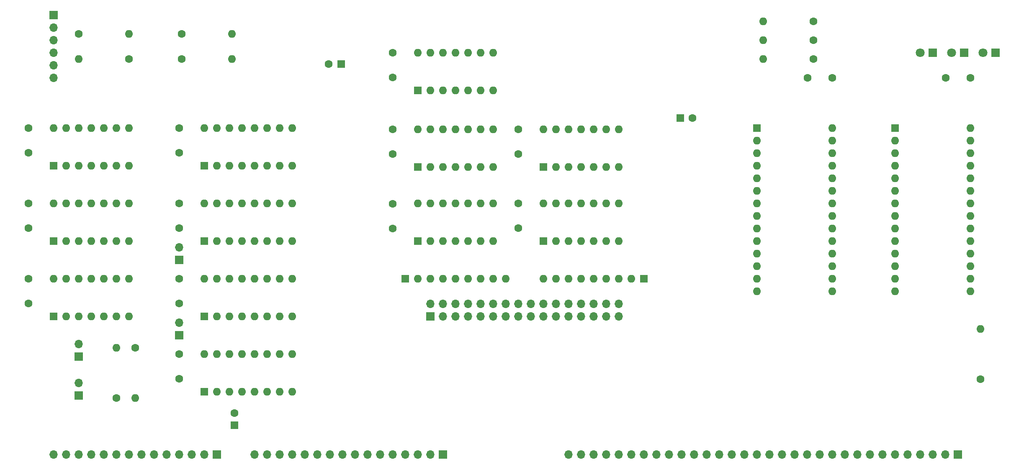
<source format=gbs>
G04 #@! TF.GenerationSoftware,KiCad,Pcbnew,(7.0.0)*
G04 #@! TF.CreationDate,2024-03-28T20:27:28-07:00*
G04 #@! TF.ProjectId,rom_counter,726f6d5f-636f-4756-9e74-65722e6b6963,rev?*
G04 #@! TF.SameCoordinates,Original*
G04 #@! TF.FileFunction,Soldermask,Bot*
G04 #@! TF.FilePolarity,Negative*
%FSLAX46Y46*%
G04 Gerber Fmt 4.6, Leading zero omitted, Abs format (unit mm)*
G04 Created by KiCad (PCBNEW (7.0.0)) date 2024-03-28 20:27:28*
%MOMM*%
%LPD*%
G01*
G04 APERTURE LIST*
%ADD10R,1.600000X1.600000*%
%ADD11O,1.600000X1.600000*%
%ADD12R,1.700000X1.700000*%
%ADD13O,1.700000X1.700000*%
%ADD14C,1.600000*%
%ADD15R,1.800000X1.800000*%
%ADD16C,1.800000*%
G04 APERTURE END LIST*
D10*
X60959999Y-116839999D03*
D11*
X63499999Y-116839999D03*
X66039999Y-116839999D03*
X68579999Y-116839999D03*
X71119999Y-116839999D03*
X73659999Y-116839999D03*
X76199999Y-116839999D03*
X76199999Y-109219999D03*
X73659999Y-109219999D03*
X71119999Y-109219999D03*
X68579999Y-109219999D03*
X66039999Y-109219999D03*
X63499999Y-109219999D03*
X60959999Y-109219999D03*
D12*
X139699999Y-144779999D03*
D13*
X137159999Y-144779999D03*
X134619999Y-144779999D03*
X132079999Y-144779999D03*
X129539999Y-144779999D03*
X126999999Y-144779999D03*
X124459999Y-144779999D03*
X121919999Y-144779999D03*
X119379999Y-144779999D03*
X116839999Y-144779999D03*
X114299999Y-144779999D03*
X111759999Y-144779999D03*
X109219999Y-144779999D03*
X106679999Y-144779999D03*
X104139999Y-144779999D03*
X101599999Y-144779999D03*
D10*
X119125999Y-65785999D03*
D14*
X116626000Y-65786000D03*
D10*
X180339999Y-109219999D03*
D11*
X177799999Y-109219999D03*
X175259999Y-109219999D03*
X172719999Y-109219999D03*
X170179999Y-109219999D03*
X167639999Y-109219999D03*
X165099999Y-109219999D03*
X162559999Y-109219999D03*
X160019999Y-109219999D03*
D14*
X248412000Y-129540000D03*
D11*
X248411999Y-119379999D03*
D12*
X137159999Y-116839999D03*
D13*
X137159999Y-114299999D03*
X139699999Y-116839999D03*
X139699999Y-114299999D03*
X142239999Y-116839999D03*
X142239999Y-114299999D03*
X144779999Y-116839999D03*
X144779999Y-114299999D03*
X147319999Y-116839999D03*
X147319999Y-114299999D03*
X149859999Y-116839999D03*
X149859999Y-114299999D03*
X152399999Y-116839999D03*
X152399999Y-114299999D03*
X154939999Y-116839999D03*
X154939999Y-114299999D03*
X157479999Y-116839999D03*
X157479999Y-114299999D03*
X160019999Y-116839999D03*
X160019999Y-114299999D03*
X162559999Y-116839999D03*
X162559999Y-114299999D03*
X165099999Y-116839999D03*
X165099999Y-114299999D03*
X167639999Y-116839999D03*
X167639999Y-114299999D03*
X170179999Y-116839999D03*
X170179999Y-114299999D03*
X172719999Y-116839999D03*
X172719999Y-114299999D03*
X175259999Y-116839999D03*
X175259999Y-114299999D03*
D10*
X231139999Y-78739999D03*
D11*
X231139999Y-81279999D03*
X231139999Y-83819999D03*
X231139999Y-86359999D03*
X231139999Y-88899999D03*
X231139999Y-91439999D03*
X231139999Y-93979999D03*
X231139999Y-96519999D03*
X231139999Y-99059999D03*
X231139999Y-101599999D03*
X231139999Y-104139999D03*
X231139999Y-106679999D03*
X231139999Y-109219999D03*
X231139999Y-111759999D03*
X246379999Y-111759999D03*
X246379999Y-109219999D03*
X246379999Y-106679999D03*
X246379999Y-104139999D03*
X246379999Y-101599999D03*
X246379999Y-99059999D03*
X246379999Y-96519999D03*
X246379999Y-93979999D03*
X246379999Y-91439999D03*
X246379999Y-88899999D03*
X246379999Y-86359999D03*
X246379999Y-83819999D03*
X246379999Y-81279999D03*
X246379999Y-78739999D03*
D12*
X86359999Y-120649999D03*
D13*
X86359999Y-118109999D03*
D14*
X86360000Y-129460000D03*
X86360000Y-124460000D03*
D12*
X66039999Y-132841999D03*
D13*
X66039999Y-130301999D03*
D12*
X86359999Y-105409999D03*
D13*
X86359999Y-102869999D03*
D10*
X160019999Y-86613999D03*
D11*
X162559999Y-86613999D03*
X165099999Y-86613999D03*
X167639999Y-86613999D03*
X170179999Y-86613999D03*
X172719999Y-86613999D03*
X175259999Y-86613999D03*
X175259999Y-78993999D03*
X172719999Y-78993999D03*
X170179999Y-78993999D03*
X167639999Y-78993999D03*
X165099999Y-78993999D03*
X162559999Y-78993999D03*
X160019999Y-78993999D03*
D10*
X134619999Y-86613999D03*
D11*
X137159999Y-86613999D03*
X139699999Y-86613999D03*
X142239999Y-86613999D03*
X144779999Y-86613999D03*
X147319999Y-86613999D03*
X149859999Y-86613999D03*
X149859999Y-78993999D03*
X147319999Y-78993999D03*
X144779999Y-78993999D03*
X142239999Y-78993999D03*
X139699999Y-78993999D03*
X137159999Y-78993999D03*
X134619999Y-78993999D03*
D14*
X154940000Y-83994000D03*
X154940000Y-78994000D03*
X55880000Y-83740000D03*
X55880000Y-78740000D03*
X213440000Y-68580000D03*
X218440000Y-68580000D03*
X73660000Y-133350000D03*
D11*
X73659999Y-123189999D03*
D15*
X245109999Y-63499999D03*
D16*
X242570000Y-63500000D03*
D10*
X91439999Y-101599999D03*
D11*
X93979999Y-101599999D03*
X96519999Y-101599999D03*
X99059999Y-101599999D03*
X101599999Y-101599999D03*
X104139999Y-101599999D03*
X106679999Y-101599999D03*
X109219999Y-101599999D03*
X109219999Y-93979999D03*
X106679999Y-93979999D03*
X104139999Y-93979999D03*
X101599999Y-93979999D03*
X99059999Y-93979999D03*
X96519999Y-93979999D03*
X93979999Y-93979999D03*
X91439999Y-93979999D03*
D10*
X160019999Y-101599999D03*
D11*
X162559999Y-101599999D03*
X165099999Y-101599999D03*
X167639999Y-101599999D03*
X170179999Y-101599999D03*
X172719999Y-101599999D03*
X175259999Y-101599999D03*
X175259999Y-93979999D03*
X172719999Y-93979999D03*
X170179999Y-93979999D03*
X167639999Y-93979999D03*
X165099999Y-93979999D03*
X162559999Y-93979999D03*
X160019999Y-93979999D03*
D14*
X86868000Y-64770000D03*
D11*
X97027999Y-64769999D03*
D10*
X60959999Y-86359999D03*
D11*
X63499999Y-86359999D03*
X66039999Y-86359999D03*
X68579999Y-86359999D03*
X71119999Y-86359999D03*
X73659999Y-86359999D03*
X76199999Y-86359999D03*
X76199999Y-78739999D03*
X73659999Y-78739999D03*
X71119999Y-78739999D03*
X68579999Y-78739999D03*
X66039999Y-78739999D03*
X63499999Y-78739999D03*
X60959999Y-78739999D03*
D10*
X60959999Y-101599999D03*
D11*
X63499999Y-101599999D03*
X66039999Y-101599999D03*
X68579999Y-101599999D03*
X71119999Y-101599999D03*
X73659999Y-101599999D03*
X76199999Y-101599999D03*
X76199999Y-93979999D03*
X73659999Y-93979999D03*
X71119999Y-93979999D03*
X68579999Y-93979999D03*
X66039999Y-93979999D03*
X63499999Y-93979999D03*
X60959999Y-93979999D03*
D10*
X91439999Y-116839999D03*
D11*
X93979999Y-116839999D03*
X96519999Y-116839999D03*
X99059999Y-116839999D03*
X101599999Y-116839999D03*
X104139999Y-116839999D03*
X106679999Y-116839999D03*
X109219999Y-116839999D03*
X109219999Y-109219999D03*
X106679999Y-109219999D03*
X104139999Y-109219999D03*
X101599999Y-109219999D03*
X99059999Y-109219999D03*
X96519999Y-109219999D03*
X93979999Y-109219999D03*
X91439999Y-109219999D03*
D14*
X129540000Y-68500000D03*
X129540000Y-63500000D03*
X55880000Y-98980000D03*
X55880000Y-93980000D03*
D10*
X97535999Y-138850379D03*
D14*
X97536000Y-136350380D03*
D15*
X251459999Y-63499999D03*
D16*
X248920000Y-63500000D03*
D14*
X214630000Y-64770000D03*
D11*
X204469999Y-64769999D03*
D10*
X91439999Y-132079999D03*
D11*
X93979999Y-132079999D03*
X96519999Y-132079999D03*
X99059999Y-132079999D03*
X101599999Y-132079999D03*
X104139999Y-132079999D03*
X106679999Y-132079999D03*
X109219999Y-132079999D03*
X109219999Y-124459999D03*
X106679999Y-124459999D03*
X104139999Y-124459999D03*
X101599999Y-124459999D03*
X99059999Y-124459999D03*
X96519999Y-124459999D03*
X93979999Y-124459999D03*
X91439999Y-124459999D03*
D14*
X154940000Y-98980000D03*
X154940000Y-93980000D03*
X86868000Y-59690000D03*
D11*
X97027999Y-59689999D03*
D12*
X60959999Y-55879999D03*
D13*
X60959999Y-58419999D03*
X60959999Y-60959999D03*
X60959999Y-63499999D03*
X60959999Y-66039999D03*
X60959999Y-68579999D03*
D10*
X134619999Y-71119999D03*
D11*
X137159999Y-71119999D03*
X139699999Y-71119999D03*
X142239999Y-71119999D03*
X144779999Y-71119999D03*
X147319999Y-71119999D03*
X149859999Y-71119999D03*
X149859999Y-63499999D03*
X147319999Y-63499999D03*
X144779999Y-63499999D03*
X142239999Y-63499999D03*
X139699999Y-63499999D03*
X137159999Y-63499999D03*
X134619999Y-63499999D03*
D14*
X77470000Y-123190000D03*
D11*
X77469999Y-133349999D03*
D14*
X86360000Y-98980000D03*
X86360000Y-93980000D03*
X76200000Y-64770000D03*
D11*
X66039999Y-64769999D03*
D14*
X66040000Y-59690000D03*
D11*
X76199999Y-59689999D03*
D12*
X66039999Y-124967999D03*
D13*
X66039999Y-122427999D03*
D14*
X129540000Y-78994000D03*
X129540000Y-83994000D03*
X55880000Y-114220000D03*
X55880000Y-109220000D03*
D10*
X187705999Y-76707999D03*
D14*
X190206000Y-76708000D03*
X129540000Y-94060000D03*
X129540000Y-99060000D03*
D15*
X238759999Y-63499999D03*
D16*
X236220000Y-63500000D03*
D14*
X214630000Y-57150000D03*
D11*
X204469999Y-57149999D03*
D14*
X214630000Y-60960000D03*
D11*
X204469999Y-60959999D03*
D10*
X134619999Y-101599999D03*
D11*
X137159999Y-101599999D03*
X139699999Y-101599999D03*
X142239999Y-101599999D03*
X144779999Y-101599999D03*
X147319999Y-101599999D03*
X149859999Y-101599999D03*
X149859999Y-93979999D03*
X147319999Y-93979999D03*
X144779999Y-93979999D03*
X142239999Y-93979999D03*
X139699999Y-93979999D03*
X137159999Y-93979999D03*
X134619999Y-93979999D03*
D10*
X91439999Y-86359999D03*
D11*
X93979999Y-86359999D03*
X96519999Y-86359999D03*
X99059999Y-86359999D03*
X101599999Y-86359999D03*
X104139999Y-86359999D03*
X106679999Y-86359999D03*
X109219999Y-86359999D03*
X109219999Y-78739999D03*
X106679999Y-78739999D03*
X104139999Y-78739999D03*
X101599999Y-78739999D03*
X99059999Y-78739999D03*
X96519999Y-78739999D03*
X93979999Y-78739999D03*
X91439999Y-78739999D03*
D12*
X243839999Y-144779999D03*
D13*
X241299999Y-144779999D03*
X238759999Y-144779999D03*
X236219999Y-144779999D03*
X233679999Y-144779999D03*
X231139999Y-144779999D03*
X228599999Y-144779999D03*
X226059999Y-144779999D03*
X223519999Y-144779999D03*
X220979999Y-144779999D03*
X218439999Y-144779999D03*
X215899999Y-144779999D03*
X213359999Y-144779999D03*
X210819999Y-144779999D03*
X208279999Y-144779999D03*
X205739999Y-144779999D03*
X203199999Y-144779999D03*
X200659999Y-144779999D03*
X198119999Y-144779999D03*
X195579999Y-144779999D03*
X193039999Y-144779999D03*
X190499999Y-144779999D03*
X187959999Y-144779999D03*
X185419999Y-144779999D03*
X182879999Y-144779999D03*
X180339999Y-144779999D03*
X177799999Y-144779999D03*
X175259999Y-144779999D03*
X172719999Y-144779999D03*
X170179999Y-144779999D03*
X167639999Y-144779999D03*
X165099999Y-144779999D03*
D10*
X132079999Y-109219999D03*
D11*
X134619999Y-109219999D03*
X137159999Y-109219999D03*
X139699999Y-109219999D03*
X142239999Y-109219999D03*
X144779999Y-109219999D03*
X147319999Y-109219999D03*
X149859999Y-109219999D03*
X152399999Y-109219999D03*
D12*
X93979999Y-144779999D03*
D13*
X91439999Y-144779999D03*
X88899999Y-144779999D03*
X86359999Y-144779999D03*
X83819999Y-144779999D03*
X81279999Y-144779999D03*
X78739999Y-144779999D03*
X76199999Y-144779999D03*
X73659999Y-144779999D03*
X71119999Y-144779999D03*
X68579999Y-144779999D03*
X66039999Y-144779999D03*
X63499999Y-144779999D03*
X60959999Y-144779999D03*
D14*
X86360000Y-83740000D03*
X86360000Y-78740000D03*
X86360000Y-114220000D03*
X86360000Y-109220000D03*
X241380000Y-68580000D03*
X246380000Y-68580000D03*
D10*
X203194999Y-78724999D03*
D11*
X203194999Y-81264999D03*
X203194999Y-83804999D03*
X203194999Y-86344999D03*
X203194999Y-88884999D03*
X203194999Y-91424999D03*
X203194999Y-93964999D03*
X203194999Y-96504999D03*
X203194999Y-99044999D03*
X203194999Y-101584999D03*
X203194999Y-104124999D03*
X203194999Y-106664999D03*
X203194999Y-109204999D03*
X203194999Y-111744999D03*
X218434999Y-111744999D03*
X218434999Y-109204999D03*
X218434999Y-106664999D03*
X218434999Y-104124999D03*
X218434999Y-101584999D03*
X218434999Y-99044999D03*
X218434999Y-96504999D03*
X218434999Y-93964999D03*
X218434999Y-91424999D03*
X218434999Y-88884999D03*
X218434999Y-86344999D03*
X218434999Y-83804999D03*
X218434999Y-81264999D03*
X218434999Y-78724999D03*
M02*

</source>
